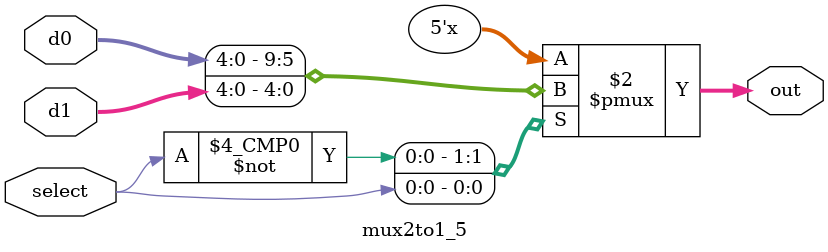
<source format=v>
`timescale 1ns / 1ps
module mux2to1_5(
    input [4:0]d0,
    input [4:0]d1,
    input select,
    output [4:0]out
);
    reg [4:0]out;
    always @ (select or d0 or d1) begin
        case(select)
            1'd0:out = d0;
            1'd1:out = d1;
        endcase
    end
endmodule

</source>
